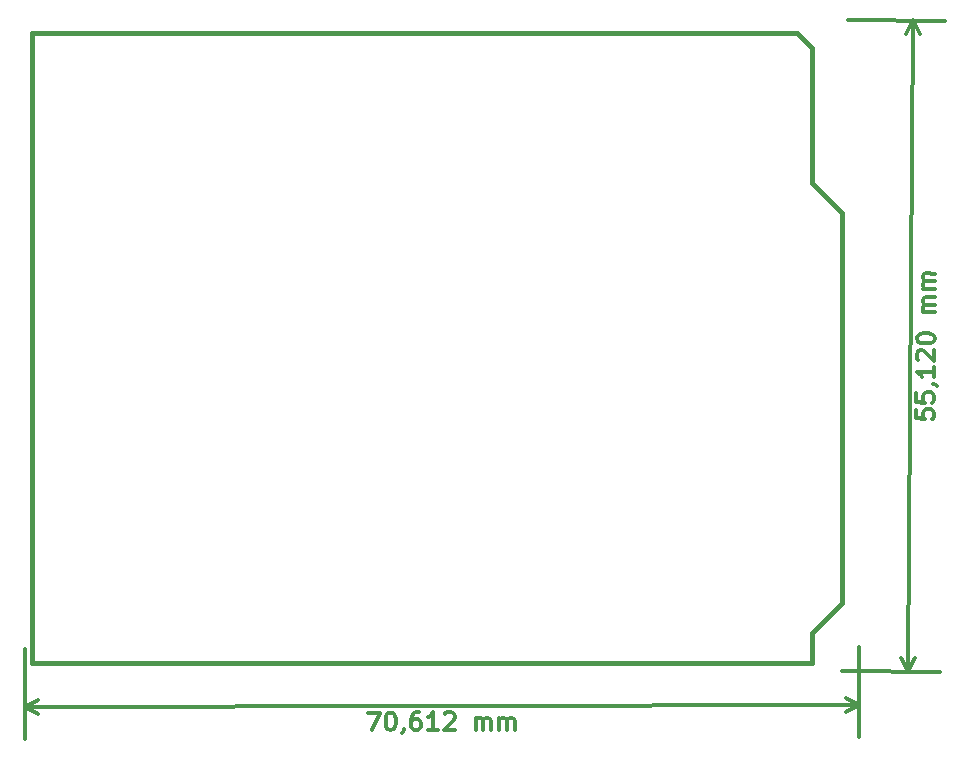
<source format=gbr>
G04 #@! TF.FileFunction,Other,Comment*
%FSLAX46Y46*%
G04 Gerber Fmt 4.6, Leading zero omitted, Abs format (unit mm)*
G04 Created by KiCad (PCBNEW (2014-12-08 BZR 5317)-product) date mar. 23 déc. 2014 09:04:43 CET*
%MOMM*%
G01*
G04 APERTURE LIST*
%ADD10C,0.100000*%
%ADD11C,0.300000*%
%ADD12C,0.381000*%
G04 APERTURE END LIST*
D10*
D11*
X124602520Y-116308560D02*
X125602516Y-116305862D01*
X124963708Y-117807591D01*
X126459655Y-116303550D02*
X126602512Y-116303164D01*
X126745561Y-116374207D01*
X126817182Y-116445443D01*
X126888996Y-116588107D01*
X126961195Y-116873628D01*
X126962158Y-117230769D01*
X126891501Y-117516675D01*
X126820458Y-117659724D01*
X126749222Y-117731346D01*
X126606558Y-117803159D01*
X126463702Y-117803544D01*
X126320653Y-117732502D01*
X126249031Y-117661266D01*
X126177218Y-117518602D01*
X126105018Y-117233082D01*
X126104055Y-116875940D01*
X126174713Y-116590034D01*
X126245755Y-116446985D01*
X126316991Y-116375364D01*
X126459655Y-116303550D01*
X127677790Y-117728840D02*
X127677982Y-117800268D01*
X127606940Y-117943318D01*
X127535704Y-118014939D01*
X128959646Y-116296805D02*
X128673933Y-116297576D01*
X128531269Y-116369390D01*
X128460033Y-116441011D01*
X128317755Y-116655681D01*
X128247097Y-116941588D01*
X128248638Y-117513014D01*
X128320453Y-117655677D01*
X128392073Y-117726913D01*
X128535123Y-117797956D01*
X128820836Y-117797185D01*
X128963500Y-117725372D01*
X129034736Y-117653750D01*
X129105778Y-117510701D01*
X129104815Y-117153559D01*
X129033002Y-117010896D01*
X128961380Y-116939661D01*
X128818331Y-116868617D01*
X128532618Y-116869388D01*
X128389953Y-116941202D01*
X128318718Y-117012823D01*
X128247675Y-117155872D01*
X130535115Y-117792560D02*
X129677975Y-117794872D01*
X130106546Y-117793716D02*
X130102499Y-116293722D01*
X129960220Y-116508392D01*
X129817748Y-116651634D01*
X129675085Y-116723448D01*
X131102880Y-116433881D02*
X131174116Y-116362260D01*
X131316779Y-116290446D01*
X131673921Y-116289482D01*
X131816970Y-116360526D01*
X131888592Y-116431762D01*
X131960405Y-116574425D01*
X131960790Y-116717282D01*
X131889941Y-116931760D01*
X131035113Y-117791211D01*
X131963681Y-117788706D01*
X133749388Y-117783888D02*
X133746690Y-116783892D01*
X133747076Y-116926750D02*
X133818311Y-116855128D01*
X133960976Y-116783314D01*
X134175260Y-116782736D01*
X134318309Y-116853779D01*
X134390123Y-116996443D01*
X134392243Y-117782154D01*
X134390123Y-116996443D02*
X134461167Y-116853394D01*
X134603830Y-116781580D01*
X134818115Y-116781002D01*
X134961165Y-116852045D01*
X135032978Y-116994709D01*
X135035098Y-117780420D01*
X135749381Y-117778493D02*
X135746683Y-116778496D01*
X135747069Y-116921354D02*
X135818304Y-116849732D01*
X135960968Y-116777918D01*
X136175253Y-116777340D01*
X136318302Y-116848384D01*
X136390116Y-116991047D01*
X136392236Y-117776758D01*
X136390116Y-116991047D02*
X136461159Y-116847998D01*
X136603823Y-116776184D01*
X136818107Y-116775606D01*
X136961157Y-116846649D01*
X137032971Y-116989313D01*
X137035090Y-117775024D01*
X95580784Y-115858283D02*
X166192784Y-115667783D01*
X95567500Y-110934500D02*
X95588068Y-118558273D01*
X166179500Y-110744000D02*
X166200068Y-118367773D01*
X166192784Y-115667783D02*
X165067866Y-116257241D01*
X166192784Y-115667783D02*
X165064702Y-115084404D01*
X95580784Y-115858283D02*
X96708866Y-116441662D01*
X95580784Y-115858283D02*
X96705702Y-115268825D01*
X171037222Y-90694394D02*
X171031462Y-91408657D01*
X171745149Y-91485844D01*
X171674299Y-91413841D01*
X171604025Y-91270413D01*
X171606905Y-90913281D01*
X171679483Y-90771005D01*
X171751485Y-90700154D01*
X171894913Y-90629881D01*
X172252045Y-90632761D01*
X172394321Y-90705339D01*
X172465172Y-90777341D01*
X172535446Y-90920770D01*
X172532565Y-91277901D01*
X172459988Y-91420177D01*
X172387985Y-91491028D01*
X171048743Y-89265870D02*
X171042983Y-89980132D01*
X171756669Y-90057319D01*
X171685820Y-89985317D01*
X171615545Y-89841888D01*
X171618425Y-89484757D01*
X171691004Y-89342481D01*
X171763005Y-89271630D01*
X171906434Y-89201356D01*
X172263565Y-89204236D01*
X172405842Y-89276814D01*
X172476692Y-89348817D01*
X172546966Y-89492245D01*
X172544086Y-89849377D01*
X172471508Y-89991653D01*
X172399505Y-90062504D01*
X172483604Y-88491703D02*
X172555030Y-88492279D01*
X172697307Y-88564856D01*
X172768157Y-88636859D01*
X172566550Y-87063753D02*
X172559638Y-87920868D01*
X172563094Y-87492310D02*
X171063143Y-87480214D01*
X171276270Y-87624794D01*
X171417970Y-87768800D01*
X171488245Y-87912228D01*
X171214061Y-86481399D02*
X171143210Y-86409397D01*
X171072935Y-86265968D01*
X171075816Y-85908837D01*
X171148394Y-85766561D01*
X171220397Y-85695710D01*
X171363825Y-85625436D01*
X171506678Y-85626588D01*
X171720381Y-85699742D01*
X172570583Y-86563769D01*
X172578071Y-85635229D01*
X171085608Y-84694591D02*
X171086760Y-84551739D01*
X171159339Y-84409463D01*
X171231341Y-84338612D01*
X171374770Y-84268337D01*
X171661050Y-84199216D01*
X172018182Y-84202096D01*
X172303310Y-84275826D01*
X172445587Y-84348404D01*
X172516437Y-84420407D01*
X172586711Y-84563835D01*
X172585559Y-84706688D01*
X172512981Y-84848964D01*
X172440979Y-84919815D01*
X172297550Y-84990088D01*
X172011270Y-85059211D01*
X171654138Y-85056331D01*
X171369009Y-84982600D01*
X171226733Y-84910022D01*
X171155882Y-84838020D01*
X171085608Y-84694591D01*
X172603992Y-82421048D02*
X171604024Y-82412984D01*
X171746878Y-82414136D02*
X171676027Y-82342134D01*
X171605752Y-82198705D01*
X171607480Y-81984427D01*
X171680059Y-81842150D01*
X171823487Y-81771876D01*
X172609176Y-81778212D01*
X171823487Y-81771876D02*
X171681211Y-81699297D01*
X171610936Y-81555869D01*
X171612664Y-81341591D01*
X171685243Y-81199313D01*
X171828672Y-81129040D01*
X172614360Y-81135376D01*
X172620120Y-80421113D02*
X171620153Y-80413049D01*
X171763006Y-80414201D02*
X171692155Y-80342199D01*
X171621881Y-80198770D01*
X171623609Y-79984492D01*
X171696187Y-79842215D01*
X171839616Y-79771941D01*
X172625304Y-79778277D01*
X171839616Y-79771941D02*
X171697340Y-79699362D01*
X171627065Y-79555934D01*
X171628793Y-79341656D01*
X171701372Y-79199378D01*
X171844800Y-79129105D01*
X172630488Y-79135441D01*
X170774696Y-57702739D02*
X170330196Y-112820739D01*
X165227000Y-57658000D02*
X173474608Y-57724512D01*
X164782500Y-112776000D02*
X173030108Y-112842512D01*
X170330196Y-112820739D02*
X169752879Y-111689543D01*
X170330196Y-112820739D02*
X170925682Y-111699001D01*
X170774696Y-57702739D02*
X170179210Y-58824477D01*
X170774696Y-57702739D02*
X171352013Y-58833935D01*
D12*
X162179000Y-71501000D02*
X162179000Y-60071000D01*
X162179000Y-60071000D02*
X160909000Y-58801000D01*
X160909000Y-58801000D02*
X96139000Y-58801000D01*
X162179000Y-112141000D02*
X96139000Y-112141000D01*
X96139000Y-112141000D02*
X96139000Y-58801000D01*
X162179000Y-71501000D02*
X164719000Y-74041000D01*
X164719000Y-74041000D02*
X164719000Y-107061000D01*
X164719000Y-107061000D02*
X162179000Y-109601000D01*
X162179000Y-109601000D02*
X162179000Y-112141000D01*
M02*

</source>
